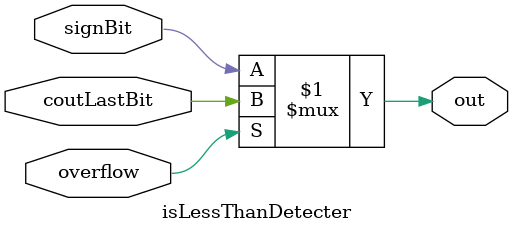
<source format=v>
module isLessThanDetecter(input overflow,
								  input coutLastBit,
								  input signBit,
								  output out);
								  
	assign out = overflow ? coutLastBit : signBit;

endmodule
</source>
